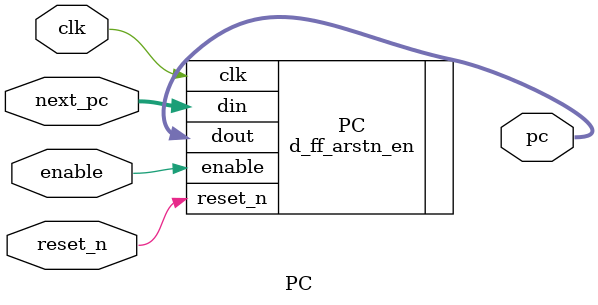
<source format=v>
module PC (
    output      [31:0]  pc,

    input       [31:0]  next_pc,
    input               clk,
    input               enable,
    input               reset_n
);
    d_ff_arstn_en # (
        .DATA_WIDTH (32)
    ) PC (
        .dout       (pc),
        
        .din        (next_pc),
        .clk        (clk),
        .enable         (enable),
        .reset_n      (reset_n)
    );
endmodule

</source>
